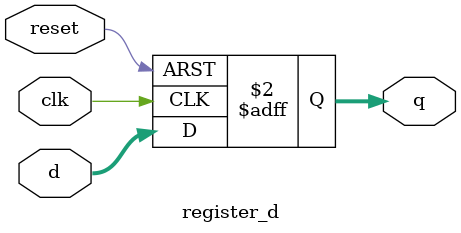
<source format=v>
module register_d
(
    input wire clk,
    input wire reset,
    input wire [6:0] d,
    output reg [6:0] q
);

always @(posedge clk or posedge reset) begin
    if (reset) 
        q <= 7'b1111111;  // Reset the output to the maximum 7-bit value for down counting
    else 
        q <= d;  // Load input into q
end

endmodule

</source>
